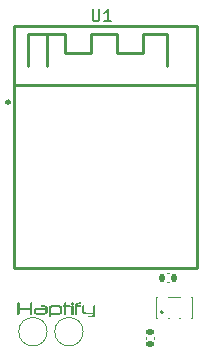
<source format=gbr>
%TF.GenerationSoftware,KiCad,Pcbnew,8.0.4*%
%TF.CreationDate,2024-12-29T16:28:46-05:00*%
%TF.ProjectId,SurroundSensePCB,53757272-6f75-46e6-9453-656e73655043,rev?*%
%TF.SameCoordinates,Original*%
%TF.FileFunction,Legend,Top*%
%TF.FilePolarity,Positive*%
%FSLAX46Y46*%
G04 Gerber Fmt 4.6, Leading zero omitted, Abs format (unit mm)*
G04 Created by KiCad (PCBNEW 8.0.4) date 2024-12-29 16:28:46*
%MOMM*%
%LPD*%
G01*
G04 APERTURE LIST*
G04 Aperture macros list*
%AMRoundRect*
0 Rectangle with rounded corners*
0 $1 Rounding radius*
0 $2 $3 $4 $5 $6 $7 $8 $9 X,Y pos of 4 corners*
0 Add a 4 corners polygon primitive as box body*
4,1,4,$2,$3,$4,$5,$6,$7,$8,$9,$2,$3,0*
0 Add four circle primitives for the rounded corners*
1,1,$1+$1,$2,$3*
1,1,$1+$1,$4,$5*
1,1,$1+$1,$6,$7*
1,1,$1+$1,$8,$9*
0 Add four rect primitives between the rounded corners*
20,1,$1+$1,$2,$3,$4,$5,0*
20,1,$1+$1,$4,$5,$6,$7,0*
20,1,$1+$1,$6,$7,$8,$9,0*
20,1,$1+$1,$8,$9,$2,$3,0*%
G04 Aperture macros list end*
%ADD10C,0.250000*%
%ADD11C,0.150000*%
%ADD12C,0.100000*%
%ADD13C,0.000000*%
%ADD14C,0.120000*%
%ADD15C,0.254000*%
%ADD16R,0.600000X1.100000*%
%ADD17RoundRect,0.140000X0.170000X-0.140000X0.170000X0.140000X-0.170000X0.140000X-0.170000X-0.140000X0*%
%ADD18RoundRect,0.140000X-0.140000X-0.170000X0.140000X-0.170000X0.140000X0.170000X-0.140000X0.170000X0*%
%ADD19C,2.000000*%
%ADD20R,0.800000X0.400000*%
%ADD21R,0.400000X0.800000*%
%ADD22R,0.800000X0.800000*%
%ADD23R,1.200000X1.200000*%
%ADD24O,1.800000X1.200000*%
%ADD25O,2.000000X1.100000*%
G04 APERTURE END LIST*
D10*
G36*
X128918445Y-96913637D02*
G01*
X128902912Y-96864538D01*
X128854539Y-96842346D01*
X128816840Y-96839875D01*
X128766341Y-96845176D01*
X128725511Y-96873864D01*
X128716701Y-96913637D01*
X128716701Y-97808298D01*
X128732157Y-97857319D01*
X128779908Y-97879375D01*
X128816840Y-97881815D01*
X128868329Y-97876571D01*
X128909603Y-97848024D01*
X128918445Y-97808298D01*
X128918445Y-97451948D01*
X129804558Y-97451948D01*
X129804558Y-97808298D01*
X129820092Y-97857319D01*
X129868465Y-97879375D01*
X129906163Y-97881815D01*
X129956771Y-97876571D01*
X129997535Y-97848024D01*
X130006303Y-97808298D01*
X130006303Y-96913637D01*
X129990911Y-96864538D01*
X129943194Y-96842346D01*
X129906163Y-96839875D01*
X129854675Y-96845176D01*
X129813401Y-96873864D01*
X129804558Y-96913637D01*
X129804558Y-97285130D01*
X128918445Y-97285130D01*
X128918445Y-96913637D01*
G37*
G36*
X130956650Y-97069701D02*
G01*
X131021224Y-97076283D01*
X131078994Y-97087265D01*
X131129903Y-97102659D01*
X131187004Y-97130066D01*
X131231659Y-97165362D01*
X131263730Y-97208571D01*
X131283075Y-97259721D01*
X131289555Y-97318836D01*
X131289555Y-97622674D01*
X131283075Y-97681368D01*
X131263730Y-97732320D01*
X131231659Y-97775503D01*
X131187004Y-97810893D01*
X131129903Y-97838464D01*
X131078994Y-97853994D01*
X131021224Y-97865101D01*
X130956650Y-97871773D01*
X130885333Y-97874000D01*
X130504558Y-97874000D01*
X130433304Y-97871773D01*
X130368781Y-97865101D01*
X130311051Y-97853994D01*
X130260173Y-97838464D01*
X130203102Y-97810893D01*
X130158463Y-97775503D01*
X130126402Y-97732320D01*
X130107060Y-97681368D01*
X130100581Y-97622674D01*
X130100581Y-97548424D01*
X130101197Y-97542806D01*
X130294021Y-97542806D01*
X130294021Y-97622674D01*
X130309370Y-97663468D01*
X130350955Y-97692492D01*
X130401216Y-97707802D01*
X130456570Y-97715258D01*
X130510176Y-97717196D01*
X130879960Y-97717196D01*
X130907825Y-97716703D01*
X130968293Y-97711413D01*
X131024319Y-97698293D01*
X131072959Y-97671499D01*
X131096115Y-97622674D01*
X131096115Y-97448528D01*
X130510176Y-97448528D01*
X130469177Y-97449587D01*
X130411281Y-97455772D01*
X130358154Y-97469677D01*
X130313064Y-97497346D01*
X130294021Y-97542806D01*
X130101197Y-97542806D01*
X130107060Y-97489379D01*
X130126402Y-97438263D01*
X130158463Y-97395057D01*
X130203102Y-97359746D01*
X130260173Y-97332312D01*
X130311051Y-97316895D01*
X130368781Y-97305892D01*
X130433304Y-97299295D01*
X130504558Y-97297098D01*
X131096090Y-97303380D01*
X131084116Y-97270720D01*
X131039375Y-97243375D01*
X130989133Y-97231520D01*
X130933707Y-97225964D01*
X130879960Y-97224558D01*
X130748313Y-97224558D01*
X130739835Y-97224206D01*
X130696303Y-97195236D01*
X130688718Y-97146644D01*
X130689064Y-97133348D01*
X130702597Y-97086181D01*
X130748313Y-97067510D01*
X130885333Y-97067510D01*
X130956650Y-97069701D01*
G37*
G36*
X132198375Y-97069736D02*
G01*
X132262932Y-97076408D01*
X132320678Y-97087515D01*
X132371556Y-97103046D01*
X132428612Y-97130616D01*
X132473223Y-97166006D01*
X132505255Y-97209190D01*
X132524572Y-97260141D01*
X132531041Y-97318836D01*
X132531041Y-97622674D01*
X132524572Y-97681788D01*
X132505255Y-97732938D01*
X132473223Y-97776147D01*
X132428612Y-97811443D01*
X132371556Y-97838850D01*
X132320678Y-97854244D01*
X132262932Y-97865227D01*
X132198375Y-97871808D01*
X132127064Y-97874000D01*
X131580448Y-97874000D01*
X131580448Y-98035688D01*
X131573945Y-98071840D01*
X131533088Y-98104099D01*
X131482995Y-98109450D01*
X131446964Y-98106952D01*
X131401408Y-98084679D01*
X131387008Y-98035688D01*
X131387008Y-97318836D01*
X131580448Y-97318836D01*
X131580448Y-97717196D01*
X132121446Y-97717196D01*
X132162445Y-97716131D01*
X132220342Y-97709914D01*
X132273468Y-97695948D01*
X132318558Y-97668190D01*
X132337601Y-97622674D01*
X132337601Y-97318836D01*
X132322253Y-97278088D01*
X132280668Y-97249151D01*
X132230406Y-97233904D01*
X132175053Y-97226485D01*
X132121446Y-97224558D01*
X131796603Y-97224558D01*
X131768738Y-97225048D01*
X131708270Y-97230311D01*
X131652244Y-97243372D01*
X131603604Y-97270077D01*
X131580448Y-97318836D01*
X131387008Y-97318836D01*
X131393487Y-97260141D01*
X131412829Y-97209190D01*
X131444891Y-97166006D01*
X131489529Y-97130616D01*
X131546601Y-97103046D01*
X131597478Y-97087515D01*
X131655208Y-97076408D01*
X131719731Y-97069736D01*
X131790986Y-97067510D01*
X132127064Y-97067510D01*
X132198375Y-97069736D01*
G37*
G36*
X132619213Y-97067510D02*
G01*
X132573856Y-97086779D01*
X132560971Y-97137947D01*
X132560839Y-97146644D01*
X132567912Y-97195236D01*
X132610709Y-97224206D01*
X132619213Y-97224558D01*
X132691020Y-97224558D01*
X132691020Y-97806100D01*
X132705562Y-97855014D01*
X132751288Y-97877149D01*
X132787252Y-97879617D01*
X132837180Y-97874323D01*
X132877962Y-97842214D01*
X132884461Y-97806100D01*
X132884461Y-97224558D01*
X133172179Y-97224558D01*
X133217425Y-97205842D01*
X133230179Y-97155328D01*
X133230309Y-97146644D01*
X133223324Y-97097716D01*
X133180680Y-97067878D01*
X133172179Y-97067510D01*
X132884461Y-97067510D01*
X132884461Y-96911438D01*
X132869997Y-96862525D01*
X132823923Y-96840389D01*
X132787252Y-96837921D01*
X132738201Y-96843215D01*
X132697573Y-96875325D01*
X132691020Y-96911438D01*
X132691020Y-97067510D01*
X132619213Y-97067510D01*
G37*
G36*
X133490183Y-97145179D02*
G01*
X133475706Y-97096265D01*
X133429529Y-97074130D01*
X133392730Y-97071662D01*
X133343627Y-97076955D01*
X133303223Y-97109065D01*
X133296743Y-97145179D01*
X133296743Y-97806100D01*
X133311143Y-97855014D01*
X133356698Y-97877149D01*
X133392730Y-97879617D01*
X133442823Y-97874323D01*
X133483680Y-97842214D01*
X133490183Y-97806100D01*
X133490183Y-97145179D01*
G37*
G36*
X133274272Y-96932443D02*
G01*
X133285365Y-96982614D01*
X133324239Y-97015967D01*
X133377997Y-97026604D01*
X133392730Y-97026965D01*
X133445551Y-97021161D01*
X133489277Y-96997362D01*
X133510203Y-96949505D01*
X133511188Y-96932443D01*
X133500046Y-96882165D01*
X133461113Y-96848863D01*
X133407423Y-96838280D01*
X133392730Y-96837921D01*
X133340012Y-96843692D01*
X133296262Y-96867423D01*
X133275263Y-96915326D01*
X133274272Y-96932443D01*
G37*
G36*
X133970364Y-96843295D02*
G01*
X133906650Y-96845526D01*
X133848468Y-96852206D01*
X133795977Y-96863314D01*
X133749339Y-96878831D01*
X133696538Y-96906340D01*
X133654807Y-96941600D01*
X133624528Y-96984562D01*
X133606082Y-97035178D01*
X133599848Y-97093399D01*
X133599848Y-97806100D01*
X133614248Y-97855014D01*
X133659804Y-97877149D01*
X133695836Y-97879617D01*
X133745928Y-97874323D01*
X133786785Y-97842214D01*
X133793288Y-97806100D01*
X133793288Y-97224558D01*
X134070993Y-97224558D01*
X134116349Y-97205927D01*
X134129234Y-97155368D01*
X134129367Y-97146644D01*
X134122293Y-97097716D01*
X134079497Y-97067878D01*
X134070993Y-97067510D01*
X133795975Y-97067510D01*
X133825259Y-97025841D01*
X133876325Y-97007755D01*
X133927579Y-97001566D01*
X133970364Y-97000343D01*
X134070993Y-97000343D01*
X134116252Y-96981823D01*
X134129232Y-96931395D01*
X134129367Y-96922674D01*
X134122293Y-96873658D01*
X134079497Y-96843666D01*
X134070993Y-96843295D01*
X133970364Y-96843295D01*
G37*
G36*
X134624935Y-97697412D02*
G01*
X134571259Y-97695608D01*
X134515869Y-97688598D01*
X134465617Y-97673996D01*
X134424087Y-97645703D01*
X134408780Y-97604600D01*
X134408780Y-97135409D01*
X134394303Y-97086495D01*
X134348126Y-97064360D01*
X134311327Y-97061892D01*
X134262224Y-97067186D01*
X134221820Y-97099296D01*
X134215340Y-97135409D01*
X134215340Y-97603134D01*
X134221819Y-97662179D01*
X134241161Y-97713295D01*
X134273223Y-97756501D01*
X134317861Y-97791812D01*
X134374933Y-97819246D01*
X134425810Y-97834663D01*
X134483540Y-97845666D01*
X134548063Y-97852263D01*
X134619318Y-97854460D01*
X135144440Y-97853727D01*
X135143707Y-97853727D01*
X135129989Y-97902151D01*
X135088907Y-97930995D01*
X135033400Y-97943387D01*
X134979087Y-97946689D01*
X134966631Y-97946784D01*
X134773435Y-97946784D01*
X134728175Y-97965304D01*
X134715196Y-98015732D01*
X134715061Y-98024453D01*
X134722134Y-98073469D01*
X134764931Y-98103461D01*
X134773435Y-98103832D01*
X134966631Y-98103832D01*
X135030289Y-98101601D01*
X135088437Y-98094921D01*
X135140912Y-98083812D01*
X135187549Y-98068296D01*
X135240366Y-98040787D01*
X135282124Y-98005527D01*
X135312433Y-97962564D01*
X135330904Y-97911948D01*
X135337147Y-97853727D01*
X135337147Y-97135409D01*
X135322542Y-97086495D01*
X135276297Y-97064360D01*
X135239695Y-97061892D01*
X135190591Y-97067186D01*
X135150187Y-97099296D01*
X135143707Y-97135409D01*
X135143707Y-97697412D01*
X134624935Y-97697412D01*
G37*
D11*
X135105845Y-72034819D02*
X135105845Y-72844342D01*
X135105845Y-72844342D02*
X135153464Y-72939580D01*
X135153464Y-72939580D02*
X135201083Y-72987200D01*
X135201083Y-72987200D02*
X135296321Y-73034819D01*
X135296321Y-73034819D02*
X135486797Y-73034819D01*
X135486797Y-73034819D02*
X135582035Y-72987200D01*
X135582035Y-72987200D02*
X135629654Y-72939580D01*
X135629654Y-72939580D02*
X135677273Y-72844342D01*
X135677273Y-72844342D02*
X135677273Y-72034819D01*
X136677273Y-73034819D02*
X136105845Y-73034819D01*
X136391559Y-73034819D02*
X136391559Y-72034819D01*
X136391559Y-72034819D02*
X136296321Y-72177676D01*
X136296321Y-72177676D02*
X136201083Y-72272914D01*
X136201083Y-72272914D02*
X136105845Y-72320533D01*
D12*
%TO.C,U3*%
X140436000Y-96382000D02*
X140436000Y-98182000D01*
X140582000Y-96382000D02*
X140436000Y-96382000D01*
X140582000Y-98182000D02*
X140436000Y-98182000D01*
X141532000Y-98182000D02*
X141490000Y-98182000D01*
X142482000Y-96382000D02*
X141490000Y-96382000D01*
X142482000Y-98182000D02*
X142440000Y-98182000D01*
X143536000Y-96382000D02*
X143390000Y-96382000D01*
X143536000Y-96382000D02*
X143536000Y-98182000D01*
X143536000Y-98182000D02*
X143390000Y-98182000D01*
D13*
G36*
X140970000Y-97486000D02*
G01*
X140970000Y-97486000D01*
G75*
G02*
X140970000Y-97840000I2000J-177000D01*
G01*
X140970000Y-97840000D01*
G75*
G02*
X140970000Y-97486000I-2000J177000D01*
G01*
X140970000Y-97486000D01*
G37*
D14*
%TO.C,C10*%
X139594000Y-99957836D02*
X139594000Y-99742164D01*
X140314000Y-99957836D02*
X140314000Y-99742164D01*
%TO.C,C11*%
X141370164Y-94382000D02*
X141585836Y-94382000D01*
X141370164Y-95102000D02*
X141585836Y-95102000D01*
%TO.C,J4*%
X134296000Y-99314000D02*
G75*
G02*
X131896000Y-99314000I-1200000J0D01*
G01*
X131896000Y-99314000D02*
G75*
G02*
X134296000Y-99314000I1200000J0D01*
G01*
D15*
%TO.C,U1*%
X128438500Y-73407000D02*
X143938500Y-73407000D01*
X128438500Y-78457500D02*
X143938500Y-78457500D01*
X128438500Y-93907000D02*
X128438500Y-73407000D01*
X129638500Y-74107000D02*
X131238500Y-74107000D01*
X129638500Y-76807000D02*
X129638500Y-74107000D01*
X131238500Y-74107000D02*
X131238500Y-76807000D01*
X131238500Y-74107000D02*
X132738500Y-74107000D01*
X132738500Y-74107000D02*
X132738500Y-75707000D01*
X132738500Y-75707000D02*
X134938500Y-75707000D01*
X134938500Y-74107000D02*
X137138500Y-74107000D01*
X134938500Y-75707000D02*
X134938500Y-74107000D01*
X137138500Y-74107000D02*
X137138500Y-75707000D01*
X137138500Y-75707000D02*
X139338500Y-75707000D01*
X139338500Y-74107000D02*
X141438500Y-74107000D01*
X139338500Y-75707000D02*
X139338500Y-74107000D01*
X141438500Y-74107000D02*
X141438500Y-76807000D01*
X143938500Y-73407000D02*
X143938500Y-93907000D01*
X143938500Y-78457500D02*
X143938500Y-78421000D01*
X143938500Y-93907000D02*
X128438500Y-93907000D01*
X128080000Y-79907000D02*
G75*
G02*
X127797000Y-79907000I-141500J0D01*
G01*
X127797000Y-79907000D02*
G75*
G02*
X128080000Y-79907000I141500J0D01*
G01*
D14*
%TO.C,J3*%
X131248000Y-99314000D02*
G75*
G02*
X128848000Y-99314000I-1200000J0D01*
G01*
X128848000Y-99314000D02*
G75*
G02*
X131248000Y-99314000I1200000J0D01*
G01*
%TD*%
%LPC*%
D16*
%TO.C,U3*%
X141036000Y-98582000D03*
X141986000Y-98582000D03*
X142936000Y-98582000D03*
X142936000Y-95982000D03*
X141036000Y-95982000D03*
%TD*%
D17*
%TO.C,C10*%
X139954000Y-100330000D03*
X139954000Y-99370000D03*
%TD*%
D18*
%TO.C,C11*%
X140998000Y-94742000D03*
X141958000Y-94742000D03*
%TD*%
D19*
%TO.C,J4*%
X133096000Y-99314000D03*
%TD*%
D20*
%TO.C,U1*%
X129163500Y-80257000D03*
X129163500Y-81107000D03*
X129163500Y-81957000D03*
X129163500Y-82807000D03*
X129163500Y-83657000D03*
X129163500Y-84507000D03*
X129163500Y-85357000D03*
X129163500Y-86207000D03*
X129163500Y-87057000D03*
X129163500Y-87907000D03*
X129163500Y-88757000D03*
X129163500Y-89607000D03*
X129163500Y-90457000D03*
X129163500Y-91307000D03*
X129163500Y-92157000D03*
D21*
X130188500Y-93232000D03*
X131038500Y-93232000D03*
X131888500Y-93232000D03*
X132738500Y-93232000D03*
X133588500Y-93232000D03*
X134438500Y-93232000D03*
X135288500Y-93232000D03*
X136138500Y-93232000D03*
X136988500Y-93232000D03*
X137838500Y-93232000D03*
X138688500Y-93232000D03*
X139538500Y-93232000D03*
X140388500Y-93232000D03*
X141238500Y-93232000D03*
X142088500Y-93232000D03*
D20*
X143113500Y-92157000D03*
X143113500Y-91307000D03*
X143113500Y-90457000D03*
X143113500Y-89607000D03*
X143113500Y-88757000D03*
X143113500Y-87907000D03*
X143113500Y-87057000D03*
X143113500Y-86207000D03*
X143113500Y-85357000D03*
X143113500Y-84507000D03*
X143113500Y-83657000D03*
X143113500Y-82807000D03*
X143113500Y-81957000D03*
X143113500Y-81107000D03*
X143113500Y-80257000D03*
D21*
X142088500Y-79182000D03*
X141238500Y-79182000D03*
X140388500Y-79182000D03*
X139538500Y-79182000D03*
X138688500Y-79182000D03*
X137838500Y-79182000D03*
X136988500Y-79182000D03*
X136138500Y-79182000D03*
X135288500Y-79182000D03*
X134438500Y-79182000D03*
X133588500Y-79182000D03*
X132738500Y-79182000D03*
X131888500Y-79182000D03*
X131038500Y-79182000D03*
X130188500Y-79182000D03*
D22*
X129138500Y-79207000D03*
X129138500Y-93207000D03*
D23*
X134488500Y-84557000D03*
X134488500Y-86207000D03*
X134488500Y-87857000D03*
X136138500Y-84557000D03*
X136138500Y-86207000D03*
X136138500Y-87857000D03*
X137788500Y-84557000D03*
X137788500Y-86207000D03*
X137788500Y-87857000D03*
D22*
X143138500Y-79207000D03*
X143138500Y-93207000D03*
%TD*%
D19*
%TO.C,J3*%
X130048000Y-99314000D03*
%TD*%
D24*
%TO.C,USB1*%
X141494500Y-82035000D03*
D25*
X137294500Y-82035000D03*
D24*
X141494500Y-90685000D03*
D25*
X137294500Y-90685000D03*
%TD*%
%LPD*%
M02*

</source>
